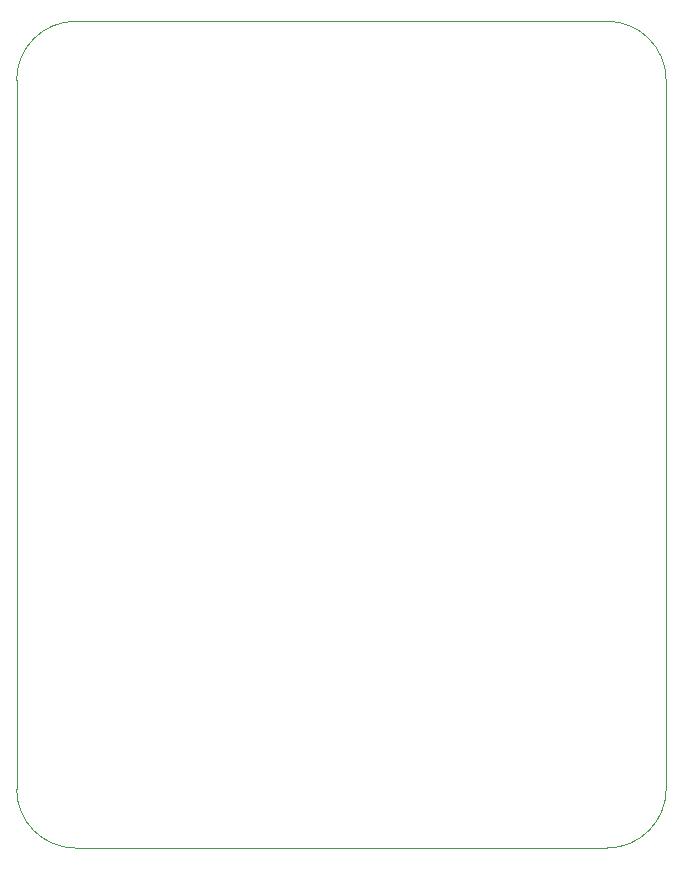
<source format=gbr>
%TF.GenerationSoftware,KiCad,Pcbnew,8.0.6*%
%TF.CreationDate,2025-08-26T16:14:55+02:00*%
%TF.ProjectId,controller,636f6e74-726f-46c6-9c65-722e6b696361,rev?*%
%TF.SameCoordinates,Original*%
%TF.FileFunction,Profile,NP*%
%FSLAX46Y46*%
G04 Gerber Fmt 4.6, Leading zero omitted, Abs format (unit mm)*
G04 Created by KiCad (PCBNEW 8.0.6) date 2025-08-26 16:14:55*
%MOMM*%
%LPD*%
G01*
G04 APERTURE LIST*
%TA.AperFunction,Profile*%
%ADD10C,0.050000*%
%TD*%
G04 APERTURE END LIST*
D10*
X172964466Y-28892116D02*
X217964466Y-28892116D01*
X217964466Y-98892116D02*
X172964466Y-98892116D01*
X167964466Y-33892116D02*
G75*
G02*
X172964466Y-28892066I5000034J16D01*
G01*
X167964466Y-93892116D02*
X167964466Y-33892116D01*
X217964466Y-28892116D02*
G75*
G02*
X222964484Y-33892116I-66J-5000084D01*
G01*
X222964466Y-33892116D02*
X222964466Y-93892116D01*
X172964466Y-98892116D02*
G75*
G02*
X167964484Y-93892116I-66J4999916D01*
G01*
X222964466Y-93892116D02*
G75*
G02*
X217964466Y-98892066I-4999966J16D01*
G01*
M02*

</source>
